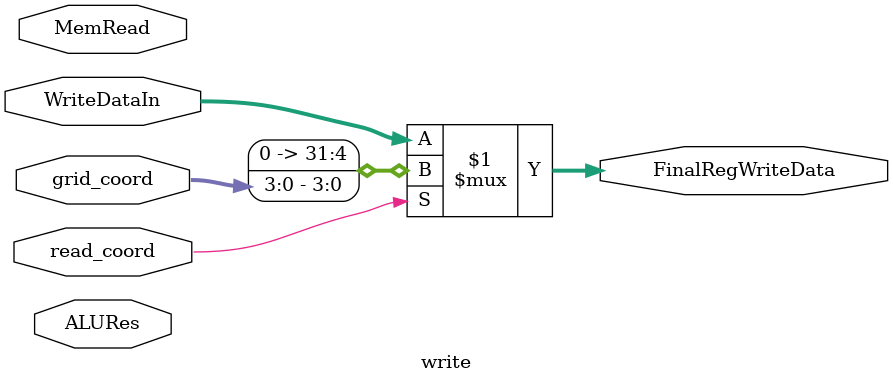
<source format=v>
module write(ALURes, WriteDataIn, MemRead, read_coord, grid_coord, FinalRegWriteData);
  
  //input [15:0]PC;
  input [31:0]ALURes;
  input [31:0]WriteDataIn;
  input MemRead; // signal to determine if memory data needs to be written to register
  input read_coord;
  input [3:0]grid_coord;

  output [31:0]FinalRegWriteData;
  
  //output [15:0]PCNew;

  assign FinalRegWriteData = read_coord ? {27'b0,grid_coord} : WriteDataIn;
  

  //pass values through
 // assign PCNew = PC;
  
  //choose alu or memory data

  
endmodule 

</source>
